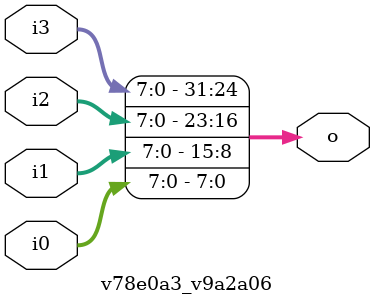
<source format=v>
module v78e0a3_v9a2a06 (
 input [7:0] i3,
 input [7:0] i2,
 input [7:0] i1,
 input [7:0] i0,
 output [31:0] o
);
 assign o = {i3, i2, i1, i0};
endmodule
</source>
